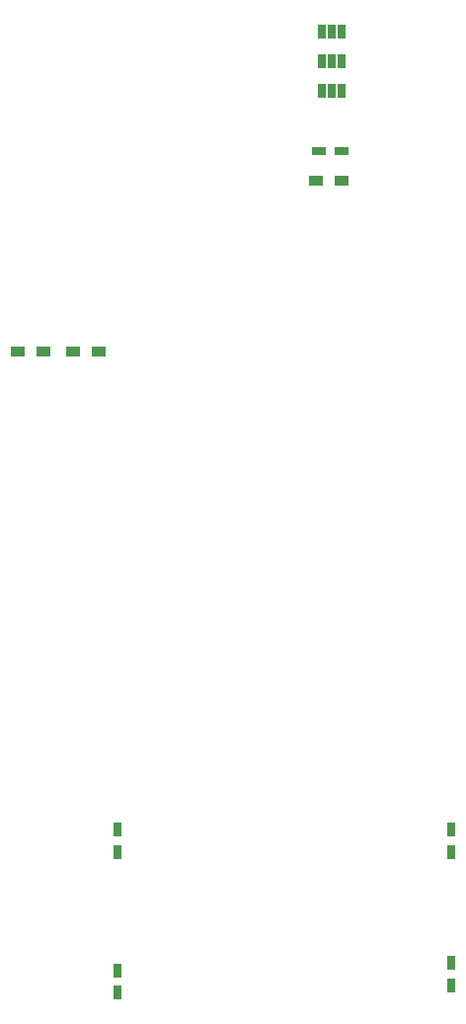
<source format=gtp>
G04 #@! TF.FileFunction,Paste,Top*
%FSLAX46Y46*%
G04 Gerber Fmt 4.6, Leading zero omitted, Abs format (unit mm)*
G04 Created by KiCad (PCBNEW 4.0.3-stable) date Thursday, August 18, 2016 'PMt' 02:05:46 PM*
%MOMM*%
%LPD*%
G01*
G04 APERTURE LIST*
%ADD10C,0.100000*%
%ADD11R,0.635000X1.270000*%
%ADD12R,1.200000X0.900000*%
%ADD13R,0.750000X1.200000*%
%ADD14R,1.200000X0.750000*%
G04 APERTURE END LIST*
D10*
D11*
X95250000Y-107950000D03*
X96062800Y-107950000D03*
X96875600Y-107950000D03*
X95250000Y-105410000D03*
X96062800Y-105410000D03*
X96875600Y-105410000D03*
X95250000Y-102870000D03*
X96062800Y-102870000D03*
X96875600Y-102870000D03*
D12*
X73914000Y-130302000D03*
X76114000Y-130302000D03*
X71374000Y-130302000D03*
X69174000Y-130302000D03*
X96901000Y-115697000D03*
X94701000Y-115697000D03*
D13*
X106299000Y-184658000D03*
X106299000Y-182758000D03*
X106299000Y-173228000D03*
X106299000Y-171328000D03*
X77724000Y-173228000D03*
X77724000Y-171328000D03*
X77724000Y-185293000D03*
X77724000Y-183393000D03*
D14*
X95001000Y-113157000D03*
X96901000Y-113157000D03*
M02*

</source>
